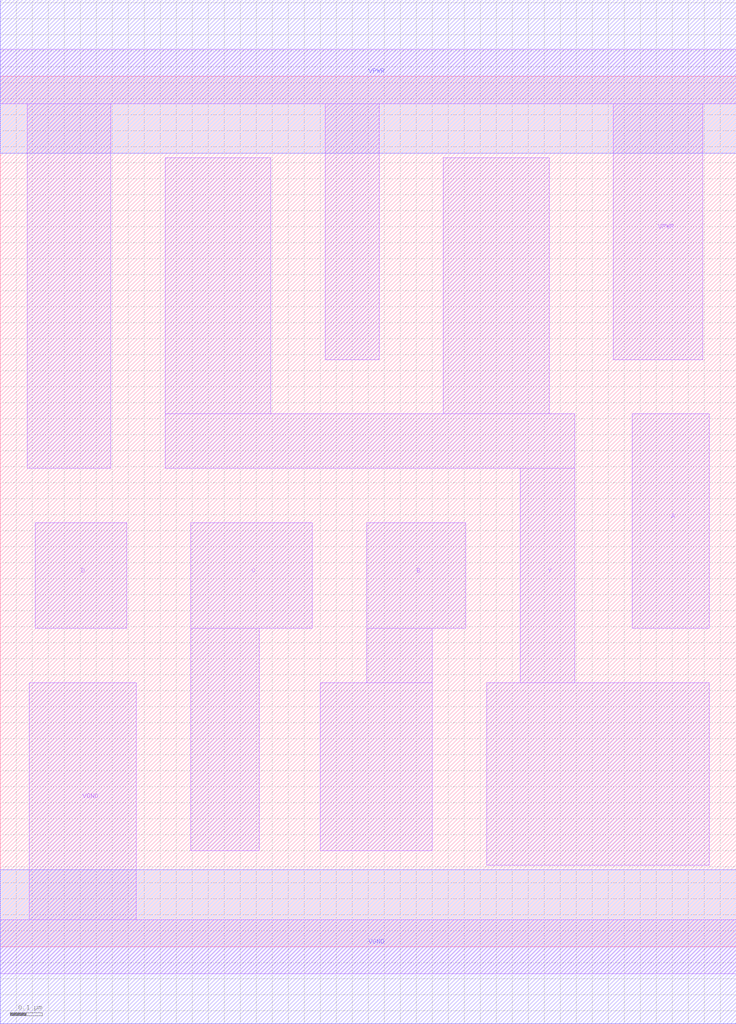
<source format=lef>
# Copyright 2020 The SkyWater PDK Authors
#
# Licensed under the Apache License, Version 2.0 (the "License");
# you may not use this file except in compliance with the License.
# You may obtain a copy of the License at
#
#     https://www.apache.org/licenses/LICENSE-2.0
#
# Unless required by applicable law or agreed to in writing, software
# distributed under the License is distributed on an "AS IS" BASIS,
# WITHOUT WARRANTIES OR CONDITIONS OF ANY KIND, either express or implied.
# See the License for the specific language governing permissions and
# limitations under the License.
#
# SPDX-License-Identifier: Apache-2.0

VERSION 5.5 ;
NAMESCASESENSITIVE ON ;
BUSBITCHARS "[]" ;
DIVIDERCHAR "/" ;
MACRO sky130_fd_sc_hd__nand4_1
  CLASS CORE ;
  SOURCE USER ;
  ORIGIN  0.000000  0.000000 ;
  SIZE  2.300000 BY  2.720000 ;
  SYMMETRY X Y R90 ;
  SITE unithd ;
  PIN A
    ANTENNAGATEAREA  0.247500 ;
    DIRECTION INPUT ;
    USE SIGNAL ;
    PORT
      LAYER li1 ;
        RECT 1.975000 0.995000 2.215000 1.665000 ;
    END
  END A
  PIN B
    ANTENNAGATEAREA  0.247500 ;
    DIRECTION INPUT ;
    USE SIGNAL ;
    PORT
      LAYER li1 ;
        RECT 1.000000 0.300000 1.350000 0.825000 ;
        RECT 1.145000 0.825000 1.350000 0.995000 ;
        RECT 1.145000 0.995000 1.455000 1.325000 ;
    END
  END B
  PIN C
    ANTENNAGATEAREA  0.247500 ;
    DIRECTION INPUT ;
    USE SIGNAL ;
    PORT
      LAYER li1 ;
        RECT 0.595000 0.300000 0.810000 0.995000 ;
        RECT 0.595000 0.995000 0.975000 1.325000 ;
    END
  END C
  PIN D
    ANTENNAGATEAREA  0.247500 ;
    DIRECTION INPUT ;
    USE SIGNAL ;
    PORT
      LAYER li1 ;
        RECT 0.110000 0.995000 0.395000 1.325000 ;
    END
  END D
  PIN Y
    ANTENNADIFFAREA  0.795000 ;
    DIRECTION OUTPUT ;
    USE SIGNAL ;
    PORT
      LAYER li1 ;
        RECT 0.515000 1.495000 1.795000 1.665000 ;
        RECT 0.515000 1.665000 0.845000 2.465000 ;
        RECT 1.385000 1.665000 1.715000 2.465000 ;
        RECT 1.520000 0.255000 2.215000 0.825000 ;
        RECT 1.625000 0.825000 1.795000 1.495000 ;
    END
  END Y
  PIN VGND
    DIRECTION INOUT ;
    SHAPE ABUTMENT ;
    USE GROUND ;
    PORT
      LAYER li1 ;
        RECT 0.000000 -0.085000 2.300000 0.085000 ;
        RECT 0.090000  0.085000 0.425000 0.825000 ;
    END
    PORT
      LAYER met1 ;
        RECT 0.000000 -0.240000 2.300000 0.240000 ;
    END
  END VGND
  PIN VPWR
    DIRECTION INOUT ;
    SHAPE ABUTMENT ;
    USE POWER ;
    PORT
      LAYER li1 ;
        RECT 0.000000 2.635000 2.300000 2.805000 ;
        RECT 0.085000 1.495000 0.345000 2.635000 ;
        RECT 1.015000 1.835000 1.185000 2.635000 ;
        RECT 1.915000 1.835000 2.195000 2.635000 ;
    END
    PORT
      LAYER met1 ;
        RECT 0.000000 2.480000 2.300000 2.960000 ;
    END
  END VPWR
  OBS
  END
END sky130_fd_sc_hd__nand4_1
END LIBRARY

</source>
